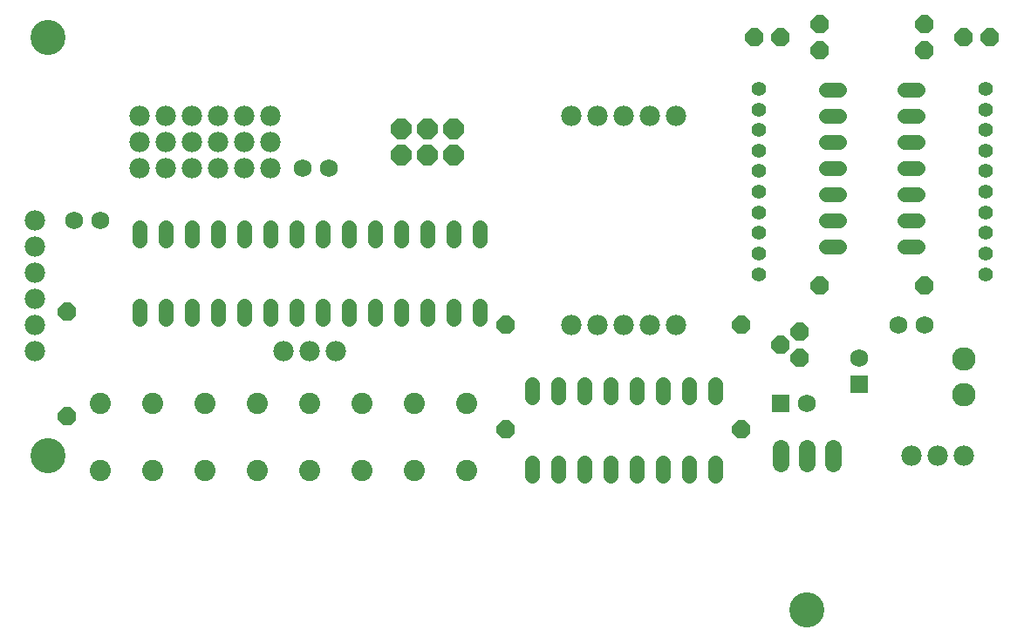
<source format=gts>
G75*
G70*
%OFA0B0*%
%FSLAX24Y24*%
%IPPOS*%
%LPD*%
%AMOC8*
5,1,8,0,0,1.08239X$1,22.5*
%
%ADD10C,0.0560*%
%ADD11C,0.0780*%
%ADD12OC8,0.0700*%
%ADD13C,0.0640*%
%ADD14C,0.1340*%
%ADD15C,0.0690*%
%ADD16R,0.0690X0.0690*%
%ADD17C,0.0555*%
%ADD18C,0.0900*%
%ADD19C,0.0808*%
%ADD20OC8,0.0780*%
D10*
X006367Y013420D02*
X006367Y013940D01*
X007367Y013940D02*
X007367Y013420D01*
X008367Y013420D02*
X008367Y013940D01*
X009367Y013940D02*
X009367Y013420D01*
X010367Y013420D02*
X010367Y013940D01*
X011367Y013940D02*
X011367Y013420D01*
X012367Y013420D02*
X012367Y013940D01*
X013367Y013940D02*
X013367Y013420D01*
X014367Y013420D02*
X014367Y013940D01*
X015367Y013940D02*
X015367Y013420D01*
X016367Y013420D02*
X016367Y013940D01*
X017367Y013940D02*
X017367Y013420D01*
X018367Y013420D02*
X018367Y013940D01*
X019367Y013940D02*
X019367Y013420D01*
X021367Y010940D02*
X021367Y010420D01*
X022367Y010420D02*
X022367Y010940D01*
X023367Y010940D02*
X023367Y010420D01*
X024367Y010420D02*
X024367Y010940D01*
X025367Y010940D02*
X025367Y010420D01*
X026367Y010420D02*
X026367Y010940D01*
X027367Y010940D02*
X027367Y010420D01*
X028367Y010420D02*
X028367Y010940D01*
X028367Y007940D02*
X028367Y007420D01*
X027367Y007420D02*
X027367Y007940D01*
X026367Y007940D02*
X026367Y007420D01*
X025367Y007420D02*
X025367Y007940D01*
X024367Y007940D02*
X024367Y007420D01*
X023367Y007420D02*
X023367Y007940D01*
X022367Y007940D02*
X022367Y007420D01*
X021367Y007420D02*
X021367Y007940D01*
X032607Y016180D02*
X033127Y016180D01*
X033127Y017180D02*
X032607Y017180D01*
X032607Y018180D02*
X033127Y018180D01*
X033127Y019180D02*
X032607Y019180D01*
X032607Y020180D02*
X033127Y020180D01*
X033127Y021180D02*
X032607Y021180D01*
X032607Y022180D02*
X033127Y022180D01*
X035607Y022180D02*
X036127Y022180D01*
X036127Y021180D02*
X035607Y021180D01*
X035607Y020180D02*
X036127Y020180D01*
X036127Y019180D02*
X035607Y019180D01*
X035607Y018180D02*
X036127Y018180D01*
X036127Y017180D02*
X035607Y017180D01*
X035607Y016180D02*
X036127Y016180D01*
X019367Y016420D02*
X019367Y016940D01*
X018367Y016940D02*
X018367Y016420D01*
X017367Y016420D02*
X017367Y016940D01*
X016367Y016940D02*
X016367Y016420D01*
X015367Y016420D02*
X015367Y016940D01*
X014367Y016940D02*
X014367Y016420D01*
X013367Y016420D02*
X013367Y016940D01*
X012367Y016940D02*
X012367Y016420D01*
X011367Y016420D02*
X011367Y016940D01*
X010367Y016940D02*
X010367Y016420D01*
X009367Y016420D02*
X009367Y016940D01*
X008367Y016940D02*
X008367Y016420D01*
X007367Y016420D02*
X007367Y016940D01*
X006367Y016940D02*
X006367Y016420D01*
D11*
X002367Y016180D03*
X002367Y015180D03*
X002367Y014180D03*
X002367Y013180D03*
X002367Y012180D03*
X002367Y017180D03*
X006367Y019180D03*
X007367Y019180D03*
X008367Y019180D03*
X009367Y019180D03*
X010367Y019180D03*
X011367Y019180D03*
X011367Y020180D03*
X011367Y021180D03*
X010367Y021180D03*
X009367Y021180D03*
X009367Y020180D03*
X010367Y020180D03*
X008367Y020180D03*
X007367Y020180D03*
X007367Y021180D03*
X008367Y021180D03*
X006367Y021180D03*
X006367Y020180D03*
X011867Y012180D03*
X012867Y012180D03*
X013867Y012180D03*
X022867Y013180D03*
X023867Y013180D03*
X024867Y013180D03*
X025867Y013180D03*
X026867Y013180D03*
X035867Y008180D03*
X036867Y008180D03*
X037867Y008180D03*
X026867Y021180D03*
X025867Y021180D03*
X024867Y021180D03*
X023867Y021180D03*
X022867Y021180D03*
D12*
X029867Y024180D03*
X030867Y024180D03*
X032367Y023680D03*
X032367Y024680D03*
X036367Y024680D03*
X036367Y023680D03*
X037867Y024180D03*
X038867Y024180D03*
X036367Y014680D03*
X032367Y014680D03*
X031617Y012930D03*
X030867Y012430D03*
X031617Y011930D03*
X029367Y013180D03*
X029367Y009180D03*
X020367Y009180D03*
X020367Y013180D03*
X003617Y013680D03*
X003617Y009680D03*
D13*
X030867Y008480D02*
X030867Y007880D01*
X031867Y007880D02*
X031867Y008480D01*
X032867Y008480D02*
X032867Y007880D01*
D14*
X031867Y002280D03*
X002867Y008180D03*
X002867Y024180D03*
D15*
X012617Y019180D03*
X013617Y019180D03*
X004867Y017180D03*
X003867Y017180D03*
X031867Y010180D03*
X033867Y011930D03*
X035367Y013180D03*
X036367Y013180D03*
D16*
X033867Y010930D03*
X030867Y010180D03*
D17*
X030036Y015137D03*
X030036Y015924D03*
X030036Y016711D03*
X030036Y017499D03*
X030036Y018286D03*
X030036Y019074D03*
X030036Y019861D03*
X030036Y020649D03*
X030036Y021436D03*
X030036Y022223D03*
X038697Y022223D03*
X038697Y021436D03*
X038697Y020649D03*
X038697Y019861D03*
X038697Y019074D03*
X038697Y018286D03*
X038697Y017499D03*
X038697Y016711D03*
X038697Y015924D03*
X038697Y015137D03*
D18*
X037867Y011889D03*
X037867Y010511D03*
D19*
X004867Y007621D03*
X006867Y007621D03*
X008867Y007621D03*
X010867Y007621D03*
X012867Y007621D03*
X014867Y007621D03*
X016867Y007621D03*
X018867Y007621D03*
X018867Y010180D03*
X016867Y010180D03*
X014867Y010180D03*
X012867Y010180D03*
X010867Y010180D03*
X008867Y010180D03*
X006867Y010180D03*
X004867Y010180D03*
D20*
X016367Y019680D03*
X017367Y019680D03*
X018367Y019680D03*
X018367Y020680D03*
X017367Y020680D03*
X016367Y020680D03*
M02*

</source>
